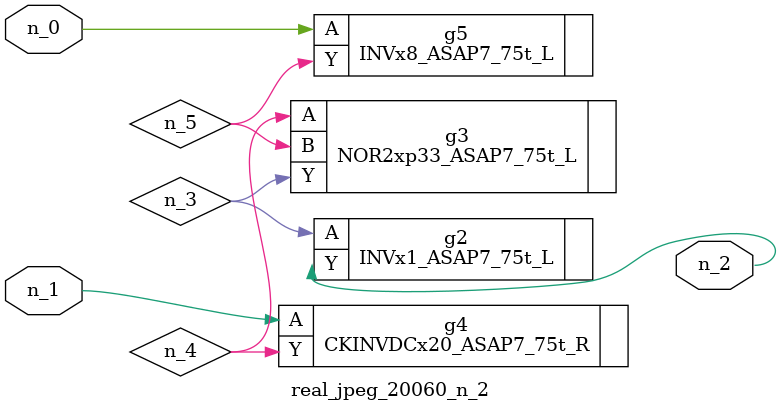
<source format=v>
module real_jpeg_20060_n_2 (n_1, n_0, n_2);

input n_1;
input n_0;

output n_2;

wire n_5;
wire n_4;
wire n_3;

INVx8_ASAP7_75t_L g5 ( 
.A(n_0),
.Y(n_5)
);

CKINVDCx20_ASAP7_75t_R g4 ( 
.A(n_1),
.Y(n_4)
);

INVx1_ASAP7_75t_L g2 ( 
.A(n_3),
.Y(n_2)
);

NOR2xp33_ASAP7_75t_L g3 ( 
.A(n_4),
.B(n_5),
.Y(n_3)
);


endmodule
</source>
